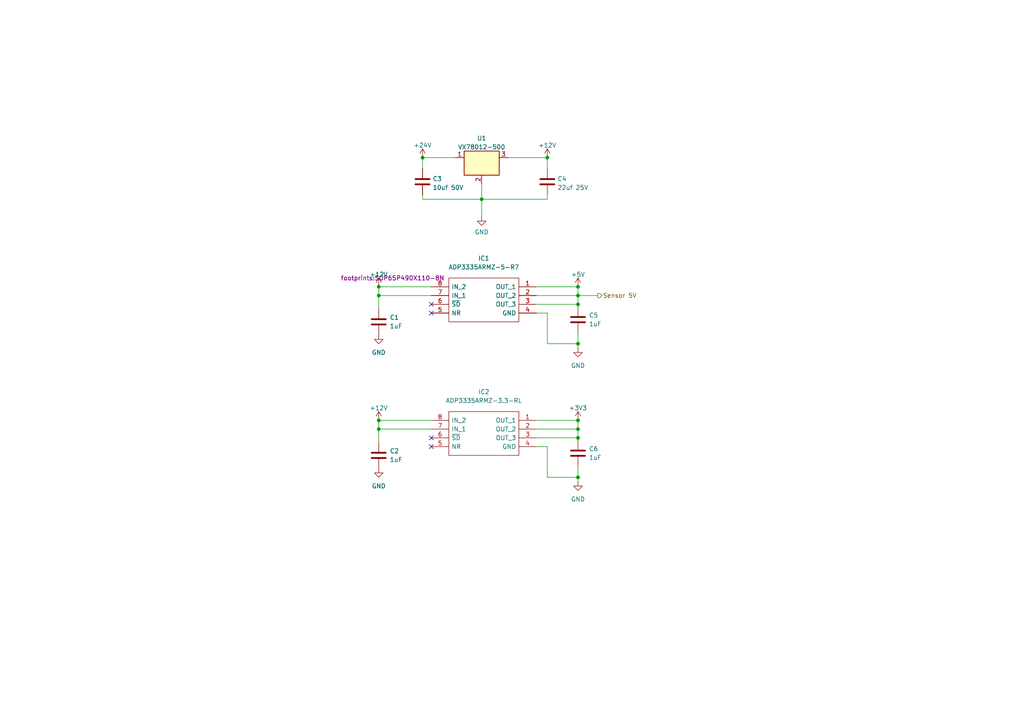
<source format=kicad_sch>
(kicad_sch (version 20211123) (generator eeschema)

  (uuid 79787a1b-c007-434f-a129-babc3d741a87)

  (paper "A4")

  (lib_symbols
    (symbol "Device:C" (pin_numbers hide) (pin_names (offset 0.254)) (in_bom yes) (on_board yes)
      (property "Reference" "C" (id 0) (at 0.635 2.54 0)
        (effects (font (size 1.27 1.27)) (justify left))
      )
      (property "Value" "C" (id 1) (at 0.635 -2.54 0)
        (effects (font (size 1.27 1.27)) (justify left))
      )
      (property "Footprint" "" (id 2) (at 0.9652 -3.81 0)
        (effects (font (size 1.27 1.27)) hide)
      )
      (property "Datasheet" "~" (id 3) (at 0 0 0)
        (effects (font (size 1.27 1.27)) hide)
      )
      (property "ki_keywords" "cap capacitor" (id 4) (at 0 0 0)
        (effects (font (size 1.27 1.27)) hide)
      )
      (property "ki_description" "Unpolarized capacitor" (id 5) (at 0 0 0)
        (effects (font (size 1.27 1.27)) hide)
      )
      (property "ki_fp_filters" "C_*" (id 6) (at 0 0 0)
        (effects (font (size 1.27 1.27)) hide)
      )
      (symbol "C_0_1"
        (polyline
          (pts
            (xy -2.032 -0.762)
            (xy 2.032 -0.762)
          )
          (stroke (width 0.508) (type default) (color 0 0 0 0))
          (fill (type none))
        )
        (polyline
          (pts
            (xy -2.032 0.762)
            (xy 2.032 0.762)
          )
          (stroke (width 0.508) (type default) (color 0 0 0 0))
          (fill (type none))
        )
      )
      (symbol "C_1_1"
        (pin passive line (at 0 3.81 270) (length 2.794)
          (name "~" (effects (font (size 1.27 1.27))))
          (number "1" (effects (font (size 1.27 1.27))))
        )
        (pin passive line (at 0 -3.81 90) (length 2.794)
          (name "~" (effects (font (size 1.27 1.27))))
          (number "2" (effects (font (size 1.27 1.27))))
        )
      )
    )
    (symbol "SamacSys_Parts:ADP3335ARMZ-3.3-RL" (pin_names (offset 0.762)) (in_bom yes) (on_board yes)
      (property "Reference" "IC" (id 0) (at 26.67 7.62 0)
        (effects (font (size 1.27 1.27)) (justify left))
      )
      (property "Value" "ADP3335ARMZ-3.3-RL" (id 1) (at 26.67 5.08 0)
        (effects (font (size 1.27 1.27)) (justify left))
      )
      (property "Footprint" "SOP65P490X110-8N" (id 2) (at 26.67 2.54 0)
        (effects (font (size 1.27 1.27)) (justify left) hide)
      )
      (property "Datasheet" "https://www.analog.com/media/en/technical-documentation/data-sheets/ADP3335.pdf" (id 3) (at 26.67 0 0)
        (effects (font (size 1.27 1.27)) (justify left) hide)
      )
      (property "Description" "Linear Voltage Regulators 500mA anyCAP LDO" (id 4) (at 26.67 -2.54 0)
        (effects (font (size 1.27 1.27)) (justify left) hide)
      )
      (property "Height" "1.1" (id 5) (at 26.67 -5.08 0)
        (effects (font (size 1.27 1.27)) (justify left) hide)
      )
      (property "Mouser Part Number" "584-ADP3335ARMZ3.3R" (id 6) (at 26.67 -7.62 0)
        (effects (font (size 1.27 1.27)) (justify left) hide)
      )
      (property "Mouser Price/Stock" "https://www.mouser.co.uk/ProductDetail/Analog-Devices/ADP3335ARMZ-33-RL?qs=WIvQP4zGanjSv5Y4E%2FxMtg%3D%3D" (id 7) (at 26.67 -10.16 0)
        (effects (font (size 1.27 1.27)) (justify left) hide)
      )
      (property "Manufacturer_Name" "Analog Devices" (id 8) (at 26.67 -12.7 0)
        (effects (font (size 1.27 1.27)) (justify left) hide)
      )
      (property "Manufacturer_Part_Number" "ADP3335ARMZ-3.3-RL" (id 9) (at 26.67 -15.24 0)
        (effects (font (size 1.27 1.27)) (justify left) hide)
      )
      (property "ki_description" "Linear Voltage Regulators 500mA anyCAP LDO" (id 10) (at 0 0 0)
        (effects (font (size 1.27 1.27)) hide)
      )
      (symbol "ADP3335ARMZ-3.3-RL_0_0"
        (pin passive line (at 0 0 0) (length 5.08)
          (name "OUT_1" (effects (font (size 1.27 1.27))))
          (number "1" (effects (font (size 1.27 1.27))))
        )
        (pin passive line (at 0 -2.54 0) (length 5.08)
          (name "OUT_2" (effects (font (size 1.27 1.27))))
          (number "2" (effects (font (size 1.27 1.27))))
        )
        (pin passive line (at 0 -5.08 0) (length 5.08)
          (name "OUT_3" (effects (font (size 1.27 1.27))))
          (number "3" (effects (font (size 1.27 1.27))))
        )
        (pin passive line (at 0 -7.62 0) (length 5.08)
          (name "GND" (effects (font (size 1.27 1.27))))
          (number "4" (effects (font (size 1.27 1.27))))
        )
        (pin passive line (at 30.48 -7.62 180) (length 5.08)
          (name "NR" (effects (font (size 1.27 1.27))))
          (number "5" (effects (font (size 1.27 1.27))))
        )
        (pin passive line (at 30.48 -5.08 180) (length 5.08)
          (name "~{SD}" (effects (font (size 1.27 1.27))))
          (number "6" (effects (font (size 1.27 1.27))))
        )
        (pin passive line (at 30.48 -2.54 180) (length 5.08)
          (name "IN_1" (effects (font (size 1.27 1.27))))
          (number "7" (effects (font (size 1.27 1.27))))
        )
        (pin passive line (at 30.48 0 180) (length 5.08)
          (name "IN_2" (effects (font (size 1.27 1.27))))
          (number "8" (effects (font (size 1.27 1.27))))
        )
      )
      (symbol "ADP3335ARMZ-3.3-RL_0_1"
        (polyline
          (pts
            (xy 5.08 2.54)
            (xy 25.4 2.54)
            (xy 25.4 -10.16)
            (xy 5.08 -10.16)
            (xy 5.08 2.54)
          )
          (stroke (width 0.1524) (type default) (color 0 0 0 0))
          (fill (type none))
        )
      )
    )
    (symbol "SamacSys_Parts:ADP3335ARMZ-5-R7" (pin_names (offset 0.762)) (in_bom yes) (on_board yes)
      (property "Reference" "IC" (id 0) (at 26.67 7.62 0)
        (effects (font (size 1.27 1.27)) (justify left))
      )
      (property "Value" "ADP3335ARMZ-5-R7" (id 1) (at 26.67 5.08 0)
        (effects (font (size 1.27 1.27)) (justify left))
      )
      (property "Footprint" "SOP65P490X110-8N" (id 2) (at 26.67 2.54 0)
        (effects (font (size 1.27 1.27)) (justify left) hide)
      )
      (property "Datasheet" "http://www.analog.com/static/imported-files/data_sheets/ADP3335.pdf" (id 3) (at 26.67 0 0)
        (effects (font (size 1.27 1.27)) (justify left) hide)
      )
      (property "Description" "LDO Regulator 5V 0.8A 8-Pin MSOP" (id 4) (at 26.67 -2.54 0)
        (effects (font (size 1.27 1.27)) (justify left) hide)
      )
      (property "Height" "1.1" (id 5) (at 26.67 -5.08 0)
        (effects (font (size 1.27 1.27)) (justify left) hide)
      )
      (property "Mouser Part Number" "584-ADP3335ARMZ-5-R7" (id 6) (at 26.67 -7.62 0)
        (effects (font (size 1.27 1.27)) (justify left) hide)
      )
      (property "Mouser Price/Stock" "https://www.mouser.co.uk/ProductDetail/Analog-Devices/ADP3335ARMZ-5-R7?qs=WIvQP4zGanhwIr2Z1vWUPQ%3D%3D" (id 7) (at 26.67 -10.16 0)
        (effects (font (size 1.27 1.27)) (justify left) hide)
      )
      (property "Manufacturer_Name" "Analog Devices" (id 8) (at 26.67 -12.7 0)
        (effects (font (size 1.27 1.27)) (justify left) hide)
      )
      (property "Manufacturer_Part_Number" "ADP3335ARMZ-5-R7" (id 9) (at 26.67 -15.24 0)
        (effects (font (size 1.27 1.27)) (justify left) hide)
      )
      (property "ki_description" "LDO Regulator 5V 0.8A 8-Pin MSOP" (id 10) (at 0 0 0)
        (effects (font (size 1.27 1.27)) hide)
      )
      (symbol "ADP3335ARMZ-5-R7_0_0"
        (pin passive line (at 0 0 0) (length 5.08)
          (name "OUT_1" (effects (font (size 1.27 1.27))))
          (number "1" (effects (font (size 1.27 1.27))))
        )
        (pin passive line (at 0 -2.54 0) (length 5.08)
          (name "OUT_2" (effects (font (size 1.27 1.27))))
          (number "2" (effects (font (size 1.27 1.27))))
        )
        (pin passive line (at 0 -5.08 0) (length 5.08)
          (name "OUT_3" (effects (font (size 1.27 1.27))))
          (number "3" (effects (font (size 1.27 1.27))))
        )
        (pin passive line (at 0 -7.62 0) (length 5.08)
          (name "GND" (effects (font (size 1.27 1.27))))
          (number "4" (effects (font (size 1.27 1.27))))
        )
        (pin passive line (at 30.48 -7.62 180) (length 5.08)
          (name "NR" (effects (font (size 1.27 1.27))))
          (number "5" (effects (font (size 1.27 1.27))))
        )
        (pin passive line (at 30.48 -5.08 180) (length 5.08)
          (name "~{SD}" (effects (font (size 1.27 1.27))))
          (number "6" (effects (font (size 1.27 1.27))))
        )
        (pin passive line (at 30.48 -2.54 180) (length 5.08)
          (name "IN_1" (effects (font (size 1.27 1.27))))
          (number "7" (effects (font (size 1.27 1.27))))
        )
        (pin passive line (at 30.48 0 180) (length 5.08)
          (name "IN_2" (effects (font (size 1.27 1.27))))
          (number "8" (effects (font (size 1.27 1.27))))
        )
      )
      (symbol "ADP3335ARMZ-5-R7_0_1"
        (polyline
          (pts
            (xy 5.08 2.54)
            (xy 25.4 2.54)
            (xy 25.4 -10.16)
            (xy 5.08 -10.16)
            (xy 5.08 2.54)
          )
          (stroke (width 0.1524) (type default) (color 0 0 0 0))
          (fill (type none))
        )
      )
    )
    (symbol "UniSA_Motorsport_Others:VX78012-500" (pin_names (offset 0.254) hide) (in_bom yes) (on_board yes)
      (property "Reference" "U?" (id 0) (at 0 5.6048 0)
        (effects (font (size 1.27 1.27)))
      )
      (property "Value" "VX78012-500" (id 1) (at 0 3.0679 0)
        (effects (font (size 1.27 1.27)))
      )
      (property "Footprint" "UniSA_Motorsport_Others:VX7803-500" (id 2) (at 0.635 -3.81 0)
        (effects (font (size 1.27 1.27) italic) (justify left) hide)
      )
      (property "Datasheet" "https://octopart.com/vx78012-500-cui-82959829?r=sp" (id 3) (at 0 -1.27 0)
        (effects (font (size 1.27 1.27)) hide)
      )
      (property "ki_keywords" "Voltage Regulator 1.5A Positive" (id 4) (at 0 0 0)
        (effects (font (size 1.27 1.27)) hide)
      )
      (property "ki_description" "Positive .5A 35V Linear Regulator, Fixed Output 3.3V" (id 5) (at 0 0 0)
        (effects (font (size 1.27 1.27)) hide)
      )
      (property "ki_fp_filters" "TO?252* TO?263* TO?220*" (id 6) (at 0 0 0)
        (effects (font (size 1.27 1.27)) hide)
      )
      (symbol "VX78012-500_0_1"
        (rectangle (start -5.08 1.905) (end 5.08 -5.08)
          (stroke (width 0.254) (type default) (color 0 0 0 0))
          (fill (type background))
        )
      )
      (symbol "VX78012-500_1_1"
        (pin power_in line (at -7.62 0 0) (length 2.54)
          (name "IN" (effects (font (size 1.27 1.27))))
          (number "1" (effects (font (size 1.27 1.27))))
        )
        (pin power_in line (at 0 -7.62 90) (length 2.54)
          (name "GND" (effects (font (size 1.27 1.27))))
          (number "2" (effects (font (size 1.27 1.27))))
        )
        (pin power_out line (at 7.62 0 180) (length 2.54)
          (name "OUT" (effects (font (size 1.27 1.27))))
          (number "3" (effects (font (size 1.27 1.27))))
        )
      )
    )
    (symbol "power:+12V" (power) (pin_names (offset 0)) (in_bom yes) (on_board yes)
      (property "Reference" "#PWR" (id 0) (at 0 -3.81 0)
        (effects (font (size 1.27 1.27)) hide)
      )
      (property "Value" "+12V" (id 1) (at 0 3.556 0)
        (effects (font (size 1.27 1.27)))
      )
      (property "Footprint" "" (id 2) (at 0 0 0)
        (effects (font (size 1.27 1.27)) hide)
      )
      (property "Datasheet" "" (id 3) (at 0 0 0)
        (effects (font (size 1.27 1.27)) hide)
      )
      (property "ki_keywords" "power-flag" (id 4) (at 0 0 0)
        (effects (font (size 1.27 1.27)) hide)
      )
      (property "ki_description" "Power symbol creates a global label with name \"+12V\"" (id 5) (at 0 0 0)
        (effects (font (size 1.27 1.27)) hide)
      )
      (symbol "+12V_0_1"
        (polyline
          (pts
            (xy -0.762 1.27)
            (xy 0 2.54)
          )
          (stroke (width 0) (type default) (color 0 0 0 0))
          (fill (type none))
        )
        (polyline
          (pts
            (xy 0 0)
            (xy 0 2.54)
          )
          (stroke (width 0) (type default) (color 0 0 0 0))
          (fill (type none))
        )
        (polyline
          (pts
            (xy 0 2.54)
            (xy 0.762 1.27)
          )
          (stroke (width 0) (type default) (color 0 0 0 0))
          (fill (type none))
        )
      )
      (symbol "+12V_1_1"
        (pin power_in line (at 0 0 90) (length 0) hide
          (name "+12V" (effects (font (size 1.27 1.27))))
          (number "1" (effects (font (size 1.27 1.27))))
        )
      )
    )
    (symbol "power:+24V" (power) (pin_names (offset 0)) (in_bom yes) (on_board yes)
      (property "Reference" "#PWR" (id 0) (at 0 -3.81 0)
        (effects (font (size 1.27 1.27)) hide)
      )
      (property "Value" "+24V" (id 1) (at 0 3.556 0)
        (effects (font (size 1.27 1.27)))
      )
      (property "Footprint" "" (id 2) (at 0 0 0)
        (effects (font (size 1.27 1.27)) hide)
      )
      (property "Datasheet" "" (id 3) (at 0 0 0)
        (effects (font (size 1.27 1.27)) hide)
      )
      (property "ki_keywords" "power-flag" (id 4) (at 0 0 0)
        (effects (font (size 1.27 1.27)) hide)
      )
      (property "ki_description" "Power symbol creates a global label with name \"+24V\"" (id 5) (at 0 0 0)
        (effects (font (size 1.27 1.27)) hide)
      )
      (symbol "+24V_0_1"
        (polyline
          (pts
            (xy -0.762 1.27)
            (xy 0 2.54)
          )
          (stroke (width 0) (type default) (color 0 0 0 0))
          (fill (type none))
        )
        (polyline
          (pts
            (xy 0 0)
            (xy 0 2.54)
          )
          (stroke (width 0) (type default) (color 0 0 0 0))
          (fill (type none))
        )
        (polyline
          (pts
            (xy 0 2.54)
            (xy 0.762 1.27)
          )
          (stroke (width 0) (type default) (color 0 0 0 0))
          (fill (type none))
        )
      )
      (symbol "+24V_1_1"
        (pin power_in line (at 0 0 90) (length 0) hide
          (name "+24V" (effects (font (size 1.27 1.27))))
          (number "1" (effects (font (size 1.27 1.27))))
        )
      )
    )
    (symbol "power:+3.3V" (power) (pin_names (offset 0)) (in_bom yes) (on_board yes)
      (property "Reference" "#PWR" (id 0) (at 0 -3.81 0)
        (effects (font (size 1.27 1.27)) hide)
      )
      (property "Value" "+3.3V" (id 1) (at 0 3.556 0)
        (effects (font (size 1.27 1.27)))
      )
      (property "Footprint" "" (id 2) (at 0 0 0)
        (effects (font (size 1.27 1.27)) hide)
      )
      (property "Datasheet" "" (id 3) (at 0 0 0)
        (effects (font (size 1.27 1.27)) hide)
      )
      (property "ki_keywords" "power-flag" (id 4) (at 0 0 0)
        (effects (font (size 1.27 1.27)) hide)
      )
      (property "ki_description" "Power symbol creates a global label with name \"+3.3V\"" (id 5) (at 0 0 0)
        (effects (font (size 1.27 1.27)) hide)
      )
      (symbol "+3.3V_0_1"
        (polyline
          (pts
            (xy -0.762 1.27)
            (xy 0 2.54)
          )
          (stroke (width 0) (type default) (color 0 0 0 0))
          (fill (type none))
        )
        (polyline
          (pts
            (xy 0 0)
            (xy 0 2.54)
          )
          (stroke (width 0) (type default) (color 0 0 0 0))
          (fill (type none))
        )
        (polyline
          (pts
            (xy 0 2.54)
            (xy 0.762 1.27)
          )
          (stroke (width 0) (type default) (color 0 0 0 0))
          (fill (type none))
        )
      )
      (symbol "+3.3V_1_1"
        (pin power_in line (at 0 0 90) (length 0) hide
          (name "+3V3" (effects (font (size 1.27 1.27))))
          (number "1" (effects (font (size 1.27 1.27))))
        )
      )
    )
    (symbol "power:+5V" (power) (pin_names (offset 0)) (in_bom yes) (on_board yes)
      (property "Reference" "#PWR" (id 0) (at 0 -3.81 0)
        (effects (font (size 1.27 1.27)) hide)
      )
      (property "Value" "+5V" (id 1) (at 0 3.556 0)
        (effects (font (size 1.27 1.27)))
      )
      (property "Footprint" "" (id 2) (at 0 0 0)
        (effects (font (size 1.27 1.27)) hide)
      )
      (property "Datasheet" "" (id 3) (at 0 0 0)
        (effects (font (size 1.27 1.27)) hide)
      )
      (property "ki_keywords" "power-flag" (id 4) (at 0 0 0)
        (effects (font (size 1.27 1.27)) hide)
      )
      (property "ki_description" "Power symbol creates a global label with name \"+5V\"" (id 5) (at 0 0 0)
        (effects (font (size 1.27 1.27)) hide)
      )
      (symbol "+5V_0_1"
        (polyline
          (pts
            (xy -0.762 1.27)
            (xy 0 2.54)
          )
          (stroke (width 0) (type default) (color 0 0 0 0))
          (fill (type none))
        )
        (polyline
          (pts
            (xy 0 0)
            (xy 0 2.54)
          )
          (stroke (width 0) (type default) (color 0 0 0 0))
          (fill (type none))
        )
        (polyline
          (pts
            (xy 0 2.54)
            (xy 0.762 1.27)
          )
          (stroke (width 0) (type default) (color 0 0 0 0))
          (fill (type none))
        )
      )
      (symbol "+5V_1_1"
        (pin power_in line (at 0 0 90) (length 0) hide
          (name "+5V" (effects (font (size 1.27 1.27))))
          (number "1" (effects (font (size 1.27 1.27))))
        )
      )
    )
    (symbol "power:GND" (power) (pin_names (offset 0)) (in_bom yes) (on_board yes)
      (property "Reference" "#PWR" (id 0) (at 0 -6.35 0)
        (effects (font (size 1.27 1.27)) hide)
      )
      (property "Value" "GND" (id 1) (at 0 -3.81 0)
        (effects (font (size 1.27 1.27)))
      )
      (property "Footprint" "" (id 2) (at 0 0 0)
        (effects (font (size 1.27 1.27)) hide)
      )
      (property "Datasheet" "" (id 3) (at 0 0 0)
        (effects (font (size 1.27 1.27)) hide)
      )
      (property "ki_keywords" "power-flag" (id 4) (at 0 0 0)
        (effects (font (size 1.27 1.27)) hide)
      )
      (property "ki_description" "Power symbol creates a global label with name \"GND\" , ground" (id 5) (at 0 0 0)
        (effects (font (size 1.27 1.27)) hide)
      )
      (symbol "GND_0_1"
        (polyline
          (pts
            (xy 0 0)
            (xy 0 -1.27)
            (xy 1.27 -1.27)
            (xy 0 -2.54)
            (xy -1.27 -1.27)
            (xy 0 -1.27)
          )
          (stroke (width 0) (type default) (color 0 0 0 0))
          (fill (type none))
        )
      )
      (symbol "GND_1_1"
        (pin power_in line (at 0 0 270) (length 0) hide
          (name "GND" (effects (font (size 1.27 1.27))))
          (number "1" (effects (font (size 1.27 1.27))))
        )
      )
    )
  )

  (junction (at 109.855 83.185) (diameter 0) (color 0 0 0 0)
    (uuid 0fa9a1f2-0428-40fa-a1ac-3eedf3df1417)
  )
  (junction (at 167.64 88.265) (diameter 0) (color 0 0 0 0)
    (uuid 11074c8f-ded1-43df-ac9d-5362e7621ff7)
  )
  (junction (at 109.855 85.725) (diameter 0) (color 0 0 0 0)
    (uuid 33db0859-3e66-4690-9286-8dfa8bdef2e9)
  )
  (junction (at 167.64 138.43) (diameter 0) (color 0 0 0 0)
    (uuid 4e2371d2-1f64-4ee8-979e-4a5d54572507)
  )
  (junction (at 167.64 99.695) (diameter 0) (color 0 0 0 0)
    (uuid 51045b85-4978-4c57-b11a-3197d9553474)
  )
  (junction (at 122.555 45.72) (diameter 0) (color 0 0 0 0)
    (uuid 767e51c5-7814-4763-be8a-2b1c1d4d5b63)
  )
  (junction (at 109.855 121.92) (diameter 0) (color 0 0 0 0)
    (uuid 7f19e14b-afb7-4a6c-895d-f1178ede0bdb)
  )
  (junction (at 167.64 127) (diameter 0) (color 0 0 0 0)
    (uuid 86a6da1e-71a1-4cd4-86b7-96a8726eaed2)
  )
  (junction (at 167.64 83.185) (diameter 0) (color 0 0 0 0)
    (uuid a309cf49-752d-4dab-9e56-1f615fc206f0)
  )
  (junction (at 109.855 124.46) (diameter 0) (color 0 0 0 0)
    (uuid a989320b-c898-4c66-a17f-3ae70acdb7d6)
  )
  (junction (at 139.7 57.785) (diameter 0) (color 0 0 0 0)
    (uuid af62171e-2a60-453e-8e42-2f186c19a436)
  )
  (junction (at 158.75 45.72) (diameter 0) (color 0 0 0 0)
    (uuid b8d97889-ab71-492f-96ae-7fe1f651dbcd)
  )
  (junction (at 167.64 121.92) (diameter 0) (color 0 0 0 0)
    (uuid bbd54deb-76f6-477b-8f0e-4839b2165ca8)
  )
  (junction (at 167.64 85.725) (diameter 0) (color 0 0 0 0)
    (uuid dd26958c-8e8e-4720-8ffb-67b5e29690b2)
  )
  (junction (at 167.64 124.46) (diameter 0) (color 0 0 0 0)
    (uuid ec92035a-98a3-45f4-8194-789520d44a1d)
  )

  (no_connect (at 125.095 88.265) (uuid 7ee14717-b57d-416d-bd22-f922ebf279dd))
  (no_connect (at 125.095 90.805) (uuid 8825c1dc-5569-40dd-aae1-2007012bdfa1))
  (no_connect (at 125.095 129.54) (uuid 9d928a70-8b8c-46e4-9a31-68686fb30b18))
  (no_connect (at 125.095 127) (uuid dafe189e-ecb4-4b9b-9248-9fea7a78d3be))

  (wire (pts (xy 109.855 85.725) (xy 109.855 83.185))
    (stroke (width 0) (type default) (color 0 0 0 0))
    (uuid 0bd8fc6a-157b-4de6-84bd-90dc888c61e8)
  )
  (wire (pts (xy 147.32 45.72) (xy 158.75 45.72))
    (stroke (width 0) (type default) (color 0 0 0 0))
    (uuid 26b89283-820a-4baa-9da4-06a9aa35ffda)
  )
  (wire (pts (xy 155.575 83.185) (xy 167.64 83.185))
    (stroke (width 0) (type default) (color 0 0 0 0))
    (uuid 28f89030-48d0-48d0-9ac0-811603484470)
  )
  (wire (pts (xy 167.64 99.695) (xy 158.75 99.695))
    (stroke (width 0) (type default) (color 0 0 0 0))
    (uuid 28fc92d5-50c9-4b45-96c4-2b7a4a2a395c)
  )
  (wire (pts (xy 109.855 124.46) (xy 125.095 124.46))
    (stroke (width 0) (type default) (color 0 0 0 0))
    (uuid 299b9cc0-f877-44f5-94a3-2719df46ea50)
  )
  (wire (pts (xy 158.75 90.805) (xy 155.575 90.805))
    (stroke (width 0) (type default) (color 0 0 0 0))
    (uuid 2ed97a31-f7e1-4aad-9511-d230c4e899f8)
  )
  (wire (pts (xy 167.64 83.185) (xy 167.64 85.725))
    (stroke (width 0) (type default) (color 0 0 0 0))
    (uuid 38353992-dfd1-4e4d-90f3-2a6acf1b4f81)
  )
  (wire (pts (xy 155.575 127) (xy 167.64 127))
    (stroke (width 0) (type default) (color 0 0 0 0))
    (uuid 41d82534-b957-4e21-8f18-05a017d34b5b)
  )
  (wire (pts (xy 122.555 56.515) (xy 122.555 57.785))
    (stroke (width 0) (type default) (color 0 0 0 0))
    (uuid 4445f27b-5df2-455e-a68c-77a270cc4395)
  )
  (wire (pts (xy 167.64 121.92) (xy 167.64 124.46))
    (stroke (width 0) (type default) (color 0 0 0 0))
    (uuid 47ae6afd-7919-4e2b-b827-b5ec86c551b1)
  )
  (wire (pts (xy 167.64 85.725) (xy 167.64 88.265))
    (stroke (width 0) (type default) (color 0 0 0 0))
    (uuid 49fc5639-036c-498b-9184-94c43a9f8211)
  )
  (wire (pts (xy 139.7 57.785) (xy 158.75 57.785))
    (stroke (width 0) (type default) (color 0 0 0 0))
    (uuid 4f48140a-43d6-4fe3-891d-aa29013104dd)
  )
  (wire (pts (xy 167.64 96.52) (xy 167.64 99.695))
    (stroke (width 0) (type default) (color 0 0 0 0))
    (uuid 4f77f4d5-68e2-4ca5-850b-7a8cfe24caf9)
  )
  (wire (pts (xy 139.7 53.34) (xy 139.7 57.785))
    (stroke (width 0) (type default) (color 0 0 0 0))
    (uuid 4ff1a12f-e3fb-4395-9d26-fea0655b5d99)
  )
  (wire (pts (xy 167.64 124.46) (xy 167.64 127))
    (stroke (width 0) (type default) (color 0 0 0 0))
    (uuid 5200b41d-e361-4cc6-88c2-d06b346e6a70)
  )
  (wire (pts (xy 122.555 57.785) (xy 139.7 57.785))
    (stroke (width 0) (type default) (color 0 0 0 0))
    (uuid 5808e67e-3fa8-4ab4-9e12-06313ad5c5f4)
  )
  (wire (pts (xy 167.64 88.265) (xy 167.64 88.9))
    (stroke (width 0) (type default) (color 0 0 0 0))
    (uuid 5baddfff-a851-4d25-b658-3d5fd2c128e3)
  )
  (wire (pts (xy 109.855 85.725) (xy 109.855 89.535))
    (stroke (width 0) (type default) (color 0 0 0 0))
    (uuid 636e4224-056a-4762-81c8-8c79666b18b2)
  )
  (wire (pts (xy 167.64 127) (xy 167.64 127.635))
    (stroke (width 0) (type default) (color 0 0 0 0))
    (uuid 6c93cfdf-ab21-47f2-aee3-b2e6e3b65fe8)
  )
  (wire (pts (xy 158.75 129.54) (xy 155.575 129.54))
    (stroke (width 0) (type default) (color 0 0 0 0))
    (uuid 82ac7d1d-f718-47e3-bc27-00a4a16302f2)
  )
  (wire (pts (xy 155.575 85.725) (xy 167.64 85.725))
    (stroke (width 0) (type default) (color 0 0 0 0))
    (uuid 849c4cc0-8c24-47c8-8de1-a34fbef08c3d)
  )
  (wire (pts (xy 155.575 121.92) (xy 167.64 121.92))
    (stroke (width 0) (type default) (color 0 0 0 0))
    (uuid 9fa4531b-30f7-4e1d-98d9-8fcda5ffcd2c)
  )
  (wire (pts (xy 167.64 135.255) (xy 167.64 138.43))
    (stroke (width 0) (type default) (color 0 0 0 0))
    (uuid a4c0b5a5-3ca1-4b74-bdc9-0432367d38bc)
  )
  (wire (pts (xy 139.7 57.785) (xy 139.7 62.865))
    (stroke (width 0) (type default) (color 0 0 0 0))
    (uuid a9b4d036-ad81-40ac-9b09-13d9a778e3b6)
  )
  (wire (pts (xy 122.555 45.72) (xy 122.555 48.895))
    (stroke (width 0) (type default) (color 0 0 0 0))
    (uuid ac1204eb-9791-4245-86d5-2f177c22316d)
  )
  (wire (pts (xy 109.855 121.92) (xy 125.095 121.92))
    (stroke (width 0) (type default) (color 0 0 0 0))
    (uuid afc337ae-d305-458b-a9d4-cbf99ea90ce6)
  )
  (wire (pts (xy 109.855 124.46) (xy 109.855 128.27))
    (stroke (width 0) (type default) (color 0 0 0 0))
    (uuid b809fdfe-baee-4801-b8ea-90e6c3264b9e)
  )
  (wire (pts (xy 158.75 57.785) (xy 158.75 56.515))
    (stroke (width 0) (type default) (color 0 0 0 0))
    (uuid b90d8d0e-51c0-4ca1-946f-963d90834c91)
  )
  (wire (pts (xy 158.75 45.72) (xy 158.75 48.895))
    (stroke (width 0) (type default) (color 0 0 0 0))
    (uuid bc504001-334f-46bb-81be-6bb3bd044ee3)
  )
  (wire (pts (xy 109.855 85.725) (xy 125.095 85.725))
    (stroke (width 0) (type default) (color 0 0 0 0))
    (uuid bd0522a3-7954-4a4d-b268-b2228c89a264)
  )
  (wire (pts (xy 155.575 124.46) (xy 167.64 124.46))
    (stroke (width 0) (type default) (color 0 0 0 0))
    (uuid cd320a56-3421-4002-82cb-9154002cb246)
  )
  (wire (pts (xy 158.75 138.43) (xy 158.75 129.54))
    (stroke (width 0) (type default) (color 0 0 0 0))
    (uuid d6aaf143-e642-4bd2-afe5-36a1fa1f5ecc)
  )
  (wire (pts (xy 155.575 88.265) (xy 167.64 88.265))
    (stroke (width 0) (type default) (color 0 0 0 0))
    (uuid d7290373-47dd-433f-bb0f-6df2a544ad8c)
  )
  (wire (pts (xy 109.855 124.46) (xy 109.855 121.92))
    (stroke (width 0) (type default) (color 0 0 0 0))
    (uuid d7caeba2-bad3-4d9a-8790-3334e86d0d17)
  )
  (wire (pts (xy 167.64 138.43) (xy 158.75 138.43))
    (stroke (width 0) (type default) (color 0 0 0 0))
    (uuid dd040077-575a-4915-9e67-edc864398e2d)
  )
  (wire (pts (xy 158.75 99.695) (xy 158.75 90.805))
    (stroke (width 0) (type default) (color 0 0 0 0))
    (uuid df7d80ea-4231-40df-8941-b434a071d312)
  )
  (wire (pts (xy 109.855 83.185) (xy 125.095 83.185))
    (stroke (width 0) (type default) (color 0 0 0 0))
    (uuid dfd76507-4c97-4040-bcdc-a66a90ca2242)
  )
  (wire (pts (xy 122.555 45.72) (xy 132.08 45.72))
    (stroke (width 0) (type default) (color 0 0 0 0))
    (uuid e7cb931c-0358-422d-a70f-aefd8ef24619)
  )
  (wire (pts (xy 167.64 85.725) (xy 173.355 85.725))
    (stroke (width 0) (type default) (color 0 0 0 0))
    (uuid f1cc4131-6ef4-49dc-9328-0536025addc6)
  )
  (wire (pts (xy 167.64 99.695) (xy 167.64 100.965))
    (stroke (width 0) (type default) (color 0 0 0 0))
    (uuid fa4a427c-b72f-4f49-b89c-67a096b1280a)
  )
  (wire (pts (xy 167.64 138.43) (xy 167.64 139.7))
    (stroke (width 0) (type default) (color 0 0 0 0))
    (uuid fbbbae13-a1c7-461b-830d-7a24121fc965)
  )

  (hierarchical_label "Sensor 5V" (shape output) (at 173.355 85.725 0)
    (effects (font (size 1.27 1.27)) (justify left))
    (uuid 2be7ff6b-f4ea-4ffe-8d43-0863b8cea94b)
  )

  (symbol (lib_id "power:GND") (at 139.7 62.865 0) (unit 1)
    (in_bom yes) (on_board yes) (fields_autoplaced)
    (uuid 1fb8b51a-d4b7-4b37-83d7-fcafa318cc91)
    (property "Reference" "#PWR0105" (id 0) (at 139.7 69.215 0)
      (effects (font (size 1.27 1.27)) hide)
    )
    (property "Value" "GND" (id 1) (at 139.7 67.3084 0))
    (property "Footprint" "" (id 2) (at 139.7 62.865 0)
      (effects (font (size 1.27 1.27)) hide)
    )
    (property "Datasheet" "" (id 3) (at 139.7 62.865 0)
      (effects (font (size 1.27 1.27)) hide)
    )
    (pin "1" (uuid 4752418b-6f5f-43a6-a1d1-5024df31bb69))
  )

  (symbol (lib_id "Device:C") (at 109.855 132.08 0) (unit 1)
    (in_bom yes) (on_board yes) (fields_autoplaced)
    (uuid 22916970-6ddb-4f81-ae70-1ebef0f8caa0)
    (property "Reference" "C2" (id 0) (at 113.03 130.8099 0)
      (effects (font (size 1.27 1.27)) (justify left))
    )
    (property "Value" "1uF" (id 1) (at 113.03 133.3499 0)
      (effects (font (size 1.27 1.27)) (justify left))
    )
    (property "Footprint" "Capacitor_SMD:C_0805_2012Metric" (id 2) (at 110.8202 135.89 0)
      (effects (font (size 1.27 1.27)) hide)
    )
    (property "Datasheet" "~" (id 3) (at 109.855 132.08 0)
      (effects (font (size 1.27 1.27)) hide)
    )
    (pin "1" (uuid dde5f4fb-4dea-49ea-9ec2-2314ea1b8236))
    (pin "2" (uuid 2ac5f9eb-ba14-4612-8fd8-e860f9893106))
  )

  (symbol (lib_id "Device:C") (at 167.64 131.445 0) (unit 1)
    (in_bom yes) (on_board yes) (fields_autoplaced)
    (uuid 2aa443b5-49d7-4be5-ae95-24aefbfb6b48)
    (property "Reference" "C6" (id 0) (at 170.815 130.1749 0)
      (effects (font (size 1.27 1.27)) (justify left))
    )
    (property "Value" "1uF" (id 1) (at 170.815 132.7149 0)
      (effects (font (size 1.27 1.27)) (justify left))
    )
    (property "Footprint" "Capacitor_SMD:C_0805_2012Metric" (id 2) (at 168.6052 135.255 0)
      (effects (font (size 1.27 1.27)) hide)
    )
    (property "Datasheet" "~" (id 3) (at 167.64 131.445 0)
      (effects (font (size 1.27 1.27)) hide)
    )
    (pin "1" (uuid 884c422b-8110-487e-8b16-84339891d301))
    (pin "2" (uuid 9927e623-482d-493c-bd86-4acb34b4ef36))
  )

  (symbol (lib_id "Device:C") (at 158.75 52.705 0) (unit 1)
    (in_bom yes) (on_board yes) (fields_autoplaced)
    (uuid 3dc8e29b-2c70-410f-9778-c35c649f3b4d)
    (property "Reference" "C4" (id 0) (at 161.671 51.8703 0)
      (effects (font (size 1.27 1.27)) (justify left))
    )
    (property "Value" "22uf 25V" (id 1) (at 161.671 54.4072 0)
      (effects (font (size 1.27 1.27)) (justify left))
    )
    (property "Footprint" "Capacitor_SMD:C_1206_3216Metric" (id 2) (at 159.7152 56.515 0)
      (effects (font (size 1.27 1.27)) hide)
    )
    (property "Datasheet" "~" (id 3) (at 158.75 52.705 0)
      (effects (font (size 1.27 1.27)) hide)
    )
    (pin "1" (uuid d02f0b65-5618-489f-ae0a-a758f8dcf1b5))
    (pin "2" (uuid 5a0a8a52-da5c-4b98-a209-c4deb25799c2))
  )

  (symbol (lib_id "Device:C") (at 167.64 92.71 0) (unit 1)
    (in_bom yes) (on_board yes) (fields_autoplaced)
    (uuid 401a4a81-e5f5-44ab-8639-f06fd5486151)
    (property "Reference" "C5" (id 0) (at 170.815 91.4399 0)
      (effects (font (size 1.27 1.27)) (justify left))
    )
    (property "Value" "1uF" (id 1) (at 170.815 93.9799 0)
      (effects (font (size 1.27 1.27)) (justify left))
    )
    (property "Footprint" "Capacitor_SMD:C_0805_2012Metric" (id 2) (at 168.6052 96.52 0)
      (effects (font (size 1.27 1.27)) hide)
    )
    (property "Datasheet" "~" (id 3) (at 167.64 92.71 0)
      (effects (font (size 1.27 1.27)) hide)
    )
    (pin "1" (uuid 655a62a3-ffc9-4c1b-9992-d034e31474b4))
    (pin "2" (uuid c215e044-fdb4-4cf3-a027-acde54314f74))
  )

  (symbol (lib_id "power:GND") (at 109.855 97.155 0) (unit 1)
    (in_bom yes) (on_board yes) (fields_autoplaced)
    (uuid 429c31cb-3acc-443d-b254-247ef0a5279a)
    (property "Reference" "#PWR0110" (id 0) (at 109.855 103.505 0)
      (effects (font (size 1.27 1.27)) hide)
    )
    (property "Value" "GND" (id 1) (at 109.855 102.235 0))
    (property "Footprint" "" (id 2) (at 109.855 97.155 0)
      (effects (font (size 1.27 1.27)) hide)
    )
    (property "Datasheet" "" (id 3) (at 109.855 97.155 0)
      (effects (font (size 1.27 1.27)) hide)
    )
    (pin "1" (uuid 822caf11-ca98-4bb9-a263-2e5f31064d4c))
  )

  (symbol (lib_id "power:GND") (at 109.855 135.89 0) (unit 1)
    (in_bom yes) (on_board yes) (fields_autoplaced)
    (uuid 5a61fd15-93e4-4ecd-a125-75b21cc0facb)
    (property "Reference" "#PWR0111" (id 0) (at 109.855 142.24 0)
      (effects (font (size 1.27 1.27)) hide)
    )
    (property "Value" "GND" (id 1) (at 109.855 140.97 0))
    (property "Footprint" "" (id 2) (at 109.855 135.89 0)
      (effects (font (size 1.27 1.27)) hide)
    )
    (property "Datasheet" "" (id 3) (at 109.855 135.89 0)
      (effects (font (size 1.27 1.27)) hide)
    )
    (pin "1" (uuid eb749eb5-07cc-41a5-b8eb-5df0c370daae))
  )

  (symbol (lib_id "power:GND") (at 167.64 100.965 0) (unit 1)
    (in_bom yes) (on_board yes) (fields_autoplaced)
    (uuid 6b55502b-e6f8-45f7-8d4a-6fe34f1fdc5b)
    (property "Reference" "#PWR0108" (id 0) (at 167.64 107.315 0)
      (effects (font (size 1.27 1.27)) hide)
    )
    (property "Value" "GND" (id 1) (at 167.64 106.045 0))
    (property "Footprint" "" (id 2) (at 167.64 100.965 0)
      (effects (font (size 1.27 1.27)) hide)
    )
    (property "Datasheet" "" (id 3) (at 167.64 100.965 0)
      (effects (font (size 1.27 1.27)) hide)
    )
    (pin "1" (uuid 8ca78a6c-702b-49bb-93ea-d90b24ddcabb))
  )

  (symbol (lib_id "power:+5V") (at 167.64 83.185 0) (unit 1)
    (in_bom yes) (on_board yes) (fields_autoplaced)
    (uuid 7b8c6030-d64a-48ae-88d7-824e88e7169d)
    (property "Reference" "#PWR0103" (id 0) (at 167.64 86.995 0)
      (effects (font (size 1.27 1.27)) hide)
    )
    (property "Value" "+5V" (id 1) (at 167.64 79.6092 0))
    (property "Footprint" "" (id 2) (at 167.64 83.185 0)
      (effects (font (size 1.27 1.27)) hide)
    )
    (property "Datasheet" "" (id 3) (at 167.64 83.185 0)
      (effects (font (size 1.27 1.27)) hide)
    )
    (pin "1" (uuid 527f6ef1-ede6-4aba-adb0-6372a0312a35))
  )

  (symbol (lib_id "power:+24V") (at 122.555 45.72 0) (unit 1)
    (in_bom yes) (on_board yes) (fields_autoplaced)
    (uuid 9242e7f4-d05f-4b02-9298-197601cb722b)
    (property "Reference" "#PWR0106" (id 0) (at 122.555 49.53 0)
      (effects (font (size 1.27 1.27)) hide)
    )
    (property "Value" "+24V" (id 1) (at 122.555 42.1442 0))
    (property "Footprint" "" (id 2) (at 122.555 45.72 0)
      (effects (font (size 1.27 1.27)) hide)
    )
    (property "Datasheet" "" (id 3) (at 122.555 45.72 0)
      (effects (font (size 1.27 1.27)) hide)
    )
    (pin "1" (uuid 041c45c5-78de-48dd-b465-f6fea1343865))
  )

  (symbol (lib_id "Device:C") (at 122.555 52.705 0) (unit 1)
    (in_bom yes) (on_board yes) (fields_autoplaced)
    (uuid 94a32b42-49c2-4267-97e5-2f110d31f1a2)
    (property "Reference" "C3" (id 0) (at 125.476 51.8703 0)
      (effects (font (size 1.27 1.27)) (justify left))
    )
    (property "Value" "10uf 50V" (id 1) (at 125.476 54.4072 0)
      (effects (font (size 1.27 1.27)) (justify left))
    )
    (property "Footprint" "Capacitor_SMD:C_1206_3216Metric" (id 2) (at 123.5202 56.515 0)
      (effects (font (size 1.27 1.27)) hide)
    )
    (property "Datasheet" "~" (id 3) (at 122.555 52.705 0)
      (effects (font (size 1.27 1.27)) hide)
    )
    (pin "1" (uuid 126b04f0-a220-4c5c-bff5-a9c4ed4c8da8))
    (pin "2" (uuid aebf8570-0d68-4f78-8188-bbd90194074c))
  )

  (symbol (lib_id "power:+12V") (at 158.75 45.72 0) (unit 1)
    (in_bom yes) (on_board yes) (fields_autoplaced)
    (uuid a7b89936-f131-42aa-bb24-96874851246e)
    (property "Reference" "#PWR0104" (id 0) (at 158.75 49.53 0)
      (effects (font (size 1.27 1.27)) hide)
    )
    (property "Value" "+12V" (id 1) (at 158.75 42.1442 0))
    (property "Footprint" "" (id 2) (at 158.75 45.72 0)
      (effects (font (size 1.27 1.27)) hide)
    )
    (property "Datasheet" "" (id 3) (at 158.75 45.72 0)
      (effects (font (size 1.27 1.27)) hide)
    )
    (pin "1" (uuid 53e1f52c-c82d-4707-bc3b-823b912dd3a1))
  )

  (symbol (lib_id "SamacSys_Parts:ADP3335ARMZ-3.3-RL") (at 155.575 121.92 0) (mirror y) (unit 1)
    (in_bom yes) (on_board yes) (fields_autoplaced)
    (uuid b2c09a8a-fb5a-452f-9f2b-94a578d034b8)
    (property "Reference" "IC2" (id 0) (at 140.335 113.665 0))
    (property "Value" "ADP3335ARMZ-3.3-RL" (id 1) (at 140.335 116.205 0))
    (property "Footprint" "footprints:SOP65P490X110-8N" (id 2) (at 128.905 119.38 0)
      (effects (font (size 1.27 1.27)) (justify left) hide)
    )
    (property "Datasheet" "https://www.analog.com/media/en/technical-documentation/data-sheets/ADP3335.pdf" (id 3) (at 128.905 121.92 0)
      (effects (font (size 1.27 1.27)) (justify left) hide)
    )
    (property "Description" "Linear Voltage Regulators 500mA anyCAP LDO" (id 4) (at 128.905 124.46 0)
      (effects (font (size 1.27 1.27)) (justify left) hide)
    )
    (property "Height" "1.1" (id 5) (at 128.905 127 0)
      (effects (font (size 1.27 1.27)) (justify left) hide)
    )
    (property "Mouser Part Number" "584-ADP3335ARMZ3.3R" (id 6) (at 128.905 129.54 0)
      (effects (font (size 1.27 1.27)) (justify left) hide)
    )
    (property "Mouser Price/Stock" "https://www.mouser.co.uk/ProductDetail/Analog-Devices/ADP3335ARMZ-33-RL?qs=WIvQP4zGanjSv5Y4E%2FxMtg%3D%3D" (id 7) (at 128.905 132.08 0)
      (effects (font (size 1.27 1.27)) (justify left) hide)
    )
    (property "Manufacturer_Name" "Analog Devices" (id 8) (at 128.905 134.62 0)
      (effects (font (size 1.27 1.27)) (justify left) hide)
    )
    (property "Manufacturer_Part_Number" "ADP3335ARMZ-3.3-RL" (id 9) (at 128.905 137.16 0)
      (effects (font (size 1.27 1.27)) (justify left) hide)
    )
    (pin "1" (uuid be441f22-6213-42bf-bf19-9445376d2b13))
    (pin "2" (uuid ed9c8bb4-fb84-4ff7-8207-edfd6cf705ad))
    (pin "3" (uuid b2a78821-9065-4996-9eba-555203012361))
    (pin "4" (uuid 007eaadf-87ad-45b3-890f-fa67dbfc63d0))
    (pin "5" (uuid aa17f366-2f4f-4c13-b519-cc7a2886e446))
    (pin "6" (uuid ccb04663-1704-4bda-b206-a3c8f20ca63d))
    (pin "7" (uuid 26bceab7-7698-43f8-bdbb-3348ac8c64f3))
    (pin "8" (uuid 95d31e84-b115-4ef2-a57e-eb77b8f1491c))
  )

  (symbol (lib_id "power:+12V") (at 109.855 83.185 0) (unit 1)
    (in_bom yes) (on_board yes) (fields_autoplaced)
    (uuid b78e21dc-3842-47be-98d5-f9781e73f67c)
    (property "Reference" "#PWR0113" (id 0) (at 109.855 86.995 0)
      (effects (font (size 1.27 1.27)) hide)
    )
    (property "Value" "+12V" (id 1) (at 109.855 79.6092 0))
    (property "Footprint" "" (id 2) (at 109.855 83.185 0)
      (effects (font (size 1.27 1.27)) hide)
    )
    (property "Datasheet" "" (id 3) (at 109.855 83.185 0)
      (effects (font (size 1.27 1.27)) hide)
    )
    (pin "1" (uuid 597949c5-fab1-4afa-9405-b5c4c0e3833c))
  )

  (symbol (lib_id "Device:C") (at 109.855 93.345 0) (unit 1)
    (in_bom yes) (on_board yes) (fields_autoplaced)
    (uuid c7025bac-6c78-4488-aaff-4ceda80e94ae)
    (property "Reference" "C1" (id 0) (at 113.03 92.0749 0)
      (effects (font (size 1.27 1.27)) (justify left))
    )
    (property "Value" "1uF" (id 1) (at 113.03 94.6149 0)
      (effects (font (size 1.27 1.27)) (justify left))
    )
    (property "Footprint" "Capacitor_SMD:C_0805_2012Metric" (id 2) (at 110.8202 97.155 0)
      (effects (font (size 1.27 1.27)) hide)
    )
    (property "Datasheet" "~" (id 3) (at 109.855 93.345 0)
      (effects (font (size 1.27 1.27)) hide)
    )
    (pin "1" (uuid 0f113576-a154-4faa-b821-c47cfe29d1cd))
    (pin "2" (uuid 0debbeec-ba01-4383-8296-86fa042994b7))
  )

  (symbol (lib_id "UniSA_Motorsport_Others:VX78012-500") (at 139.7 45.72 0) (unit 1)
    (in_bom yes) (on_board yes) (fields_autoplaced)
    (uuid cce5798a-be99-491f-8bf4-9cc70a8fe1ad)
    (property "Reference" "U1" (id 0) (at 139.7 40.1152 0))
    (property "Value" "VX78012-500" (id 1) (at 139.7 42.6521 0))
    (property "Footprint" "UniSA KiCAD Libraries:VX78012-500" (id 2) (at 140.335 49.53 0)
      (effects (font (size 1.27 1.27) italic) (justify left) hide)
    )
    (property "Datasheet" "https://octopart.com/vx78012-500-cui-82959829?r=sp" (id 3) (at 139.7 46.99 0)
      (effects (font (size 1.27 1.27)) hide)
    )
    (pin "1" (uuid 3b9db5dc-8d3f-4e3d-a02c-d1c6b351500b))
    (pin "2" (uuid 28becc1d-97e3-4703-804d-48a715196210))
    (pin "3" (uuid 0a5c6694-389f-40c7-8509-1506b74769df))
  )

  (symbol (lib_id "power:GND") (at 167.64 139.7 0) (unit 1)
    (in_bom yes) (on_board yes) (fields_autoplaced)
    (uuid ce08f913-b54b-4b86-b351-8a8f3aab4c5e)
    (property "Reference" "#PWR0109" (id 0) (at 167.64 146.05 0)
      (effects (font (size 1.27 1.27)) hide)
    )
    (property "Value" "GND" (id 1) (at 167.64 144.78 0))
    (property "Footprint" "" (id 2) (at 167.64 139.7 0)
      (effects (font (size 1.27 1.27)) hide)
    )
    (property "Datasheet" "" (id 3) (at 167.64 139.7 0)
      (effects (font (size 1.27 1.27)) hide)
    )
    (pin "1" (uuid 5c878f5d-20f5-4bc6-9a42-2407d15f4a7f))
  )

  (symbol (lib_id "power:+3.3V") (at 167.64 121.92 0) (unit 1)
    (in_bom yes) (on_board yes) (fields_autoplaced)
    (uuid e020020a-70d6-4391-a24e-8f69fabea557)
    (property "Reference" "#PWR0107" (id 0) (at 167.64 125.73 0)
      (effects (font (size 1.27 1.27)) hide)
    )
    (property "Value" "+3.3V" (id 1) (at 167.64 118.3442 0))
    (property "Footprint" "" (id 2) (at 167.64 121.92 0)
      (effects (font (size 1.27 1.27)) hide)
    )
    (property "Datasheet" "" (id 3) (at 167.64 121.92 0)
      (effects (font (size 1.27 1.27)) hide)
    )
    (pin "1" (uuid fa005a1d-8244-4025-996a-39492e801f53))
  )

  (symbol (lib_id "SamacSys_Parts:ADP3335ARMZ-5-R7") (at 155.575 83.185 0) (mirror y) (unit 1)
    (in_bom yes) (on_board yes) (fields_autoplaced)
    (uuid f3fcd153-d097-4f01-9cce-0a4a17c6c25c)
    (property "Reference" "IC1" (id 0) (at 140.335 74.93 0))
    (property "Value" "ADP3335ARMZ-5-R7" (id 1) (at 140.335 77.47 0))
    (property "Footprint" "footprints:SOP65P490X110-8N" (id 2) (at 128.905 80.645 0)
      (effects (font (size 1.27 1.27)) (justify left))
    )
    (property "Datasheet" "http://www.analog.com/static/imported-files/data_sheets/ADP3335.pdf" (id 3) (at 128.905 83.185 0)
      (effects (font (size 1.27 1.27)) (justify left) hide)
    )
    (property "Description" "LDO Regulator 5V 0.8A 8-Pin MSOP" (id 4) (at 128.905 85.725 0)
      (effects (font (size 1.27 1.27)) (justify left) hide)
    )
    (property "Height" "1.1" (id 5) (at 128.905 88.265 0)
      (effects (font (size 1.27 1.27)) (justify left) hide)
    )
    (property "Mouser Part Number" "584-ADP3335ARMZ-5-R7" (id 6) (at 128.905 90.805 0)
      (effects (font (size 1.27 1.27)) (justify left) hide)
    )
    (property "Mouser Price/Stock" "https://www.mouser.co.uk/ProductDetail/Analog-Devices/ADP3335ARMZ-5-R7?qs=WIvQP4zGanhwIr2Z1vWUPQ%3D%3D" (id 7) (at 128.905 93.345 0)
      (effects (font (size 1.27 1.27)) (justify left) hide)
    )
    (property "Manufacturer_Name" "Analog Devices" (id 8) (at 128.905 95.885 0)
      (effects (font (size 1.27 1.27)) (justify left) hide)
    )
    (property "Manufacturer_Part_Number" "ADP3335ARMZ-5-R7" (id 9) (at 128.905 98.425 0)
      (effects (font (size 1.27 1.27)) (justify left) hide)
    )
    (pin "1" (uuid d37ee88b-81b9-46f6-b8f0-5da938ff57d9))
    (pin "2" (uuid db2f66ad-1c5e-49c6-81f3-8cdc5ad2e7d2))
    (pin "3" (uuid 1a5cdcab-78e7-4f1e-8a45-2d9a59074f99))
    (pin "4" (uuid 11c3c5af-7173-484e-9b4c-418e440c5a83))
    (pin "5" (uuid 57d0a07e-9e0a-406e-9500-f281e4de894f))
    (pin "6" (uuid 8f7c1fd5-da65-41d3-8ec6-387ffb81a7e5))
    (pin "7" (uuid 906aa318-ecf6-447d-859f-dded1304368d))
    (pin "8" (uuid d38f239a-b494-4eed-86e9-c573b0158e24))
  )

  (symbol (lib_id "power:+12V") (at 109.855 121.92 0) (unit 1)
    (in_bom yes) (on_board yes) (fields_autoplaced)
    (uuid fc323a65-1854-49ae-96a1-a1c82a617682)
    (property "Reference" "#PWR0112" (id 0) (at 109.855 125.73 0)
      (effects (font (size 1.27 1.27)) hide)
    )
    (property "Value" "+12V" (id 1) (at 109.855 118.3442 0))
    (property "Footprint" "" (id 2) (at 109.855 121.92 0)
      (effects (font (size 1.27 1.27)) hide)
    )
    (property "Datasheet" "" (id 3) (at 109.855 121.92 0)
      (effects (font (size 1.27 1.27)) hide)
    )
    (pin "1" (uuid 8f427481-c9ba-49d0-bb13-8a327acd6322))
  )
)

</source>
